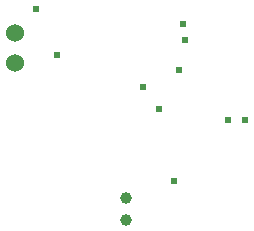
<source format=gbl>
G04 Layer: BottomLayer*
G04 EasyEDA v6.4.17, 2021-03-19T16:44:36--7:00*
G04 2dc819ba9ea4424db49a2a786f0bdddf,d6c3d315a7ad4e81bc1a44f6c2ba7827,10*
G04 Gerber Generator version 0.2*
G04 Scale: 100 percent, Rotated: No, Reflected: No *
G04 Dimensions in millimeters *
G04 leading zeros omitted , absolute positions ,4 integer and 5 decimal *
%FSLAX45Y45*%
%MOMM*%

%ADD11C,1.0000*%
%ADD12C,0.6096*%
%ADD13C,0.6100*%
%ADD23C,1.5240*%

%LPD*%
D23*
G01*
X1574012Y14778939D03*
G01*
X1574012Y14524939D03*
D12*
G01*
X1752498Y14981859D03*
G01*
X2997200Y14859000D03*
G01*
X2654300Y14325600D03*
G01*
X1930400Y14592300D03*
D13*
G01*
X2959100Y14465300D03*
G01*
X2794000Y14135100D03*
G01*
X3517900Y14046200D03*
G01*
X3378200Y14046200D03*
G01*
X2921000Y13525500D03*
D11*
G01*
X2514803Y13199414D03*
D13*
G01*
X3009900Y14719300D03*
D11*
G01*
X2514600Y13385800D03*
M02*

</source>
